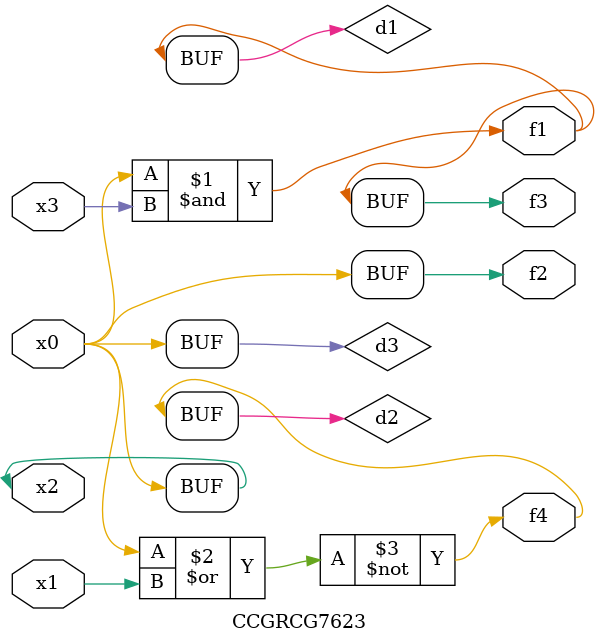
<source format=v>
module CCGRCG7623(
	input x0, x1, x2, x3,
	output f1, f2, f3, f4
);

	wire d1, d2, d3;

	and (d1, x2, x3);
	nor (d2, x0, x1);
	buf (d3, x0, x2);
	assign f1 = d1;
	assign f2 = d3;
	assign f3 = d1;
	assign f4 = d2;
endmodule

</source>
